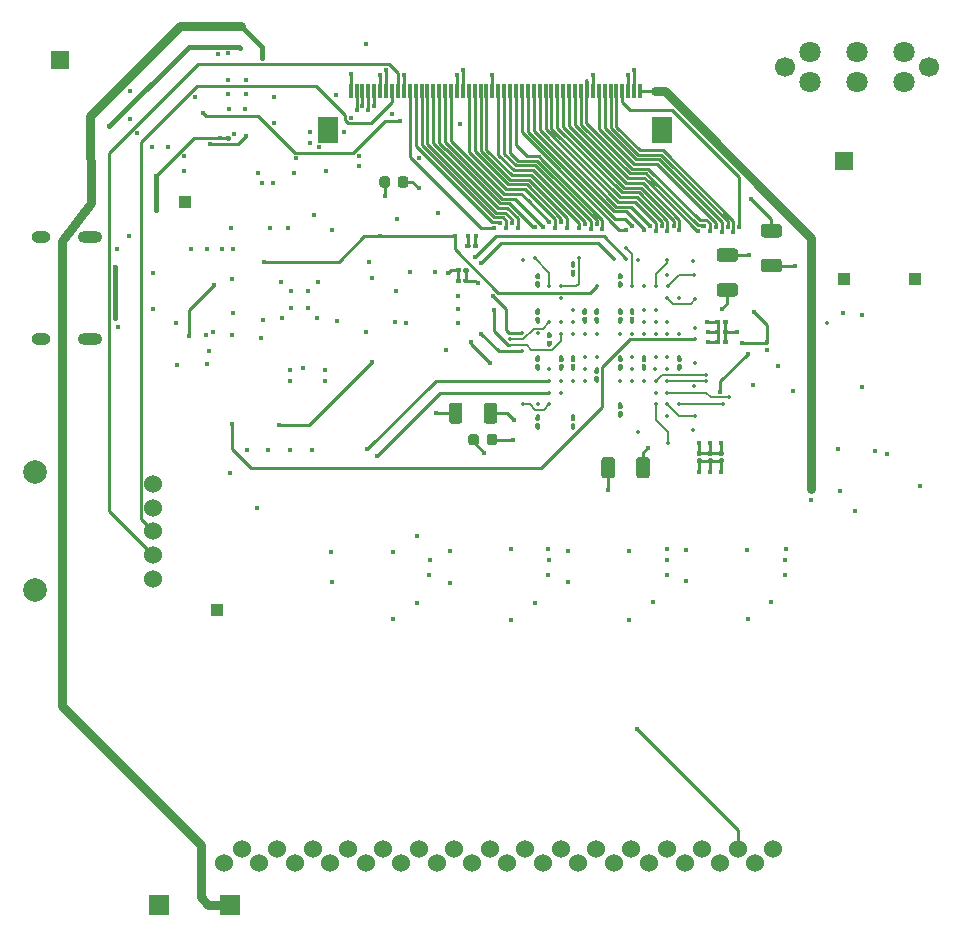
<source format=gbl>
G04 #@! TF.GenerationSoftware,KiCad,Pcbnew,(5.1.10-1-10_14)*
G04 #@! TF.CreationDate,2021-07-08T16:42:05+02:00*
G04 #@! TF.ProjectId,gb-fpga,67622d66-7067-4612-9e6b-696361645f70,rev?*
G04 #@! TF.SameCoordinates,Original*
G04 #@! TF.FileFunction,Copper,L4,Bot*
G04 #@! TF.FilePolarity,Positive*
%FSLAX46Y46*%
G04 Gerber Fmt 4.6, Leading zero omitted, Abs format (unit mm)*
G04 Created by KiCad (PCBNEW (5.1.10-1-10_14)) date 2021-07-08 16:42:05*
%MOMM*%
%LPD*%
G01*
G04 APERTURE LIST*
G04 #@! TA.AperFunction,ComponentPad*
%ADD10C,2.000000*%
G04 #@! TD*
G04 #@! TA.AperFunction,ComponentPad*
%ADD11C,1.524000*%
G04 #@! TD*
G04 #@! TA.AperFunction,ComponentPad*
%ADD12C,1.800000*%
G04 #@! TD*
G04 #@! TA.AperFunction,ComponentPad*
%ADD13C,1.700000*%
G04 #@! TD*
G04 #@! TA.AperFunction,ComponentPad*
%ADD14O,2.100000X1.000000*%
G04 #@! TD*
G04 #@! TA.AperFunction,ComponentPad*
%ADD15O,1.600000X1.000000*%
G04 #@! TD*
G04 #@! TA.AperFunction,ComponentPad*
%ADD16R,1.700000X1.700000*%
G04 #@! TD*
G04 #@! TA.AperFunction,SMDPad,CuDef*
%ADD17R,1.800000X2.200000*%
G04 #@! TD*
G04 #@! TA.AperFunction,SMDPad,CuDef*
%ADD18R,0.300000X1.300000*%
G04 #@! TD*
G04 #@! TA.AperFunction,ComponentPad*
%ADD19R,1.000000X1.000000*%
G04 #@! TD*
G04 #@! TA.AperFunction,ComponentPad*
%ADD20R,1.500000X1.500000*%
G04 #@! TD*
G04 #@! TA.AperFunction,ViaPad*
%ADD21C,0.450000*%
G04 #@! TD*
G04 #@! TA.AperFunction,ViaPad*
%ADD22C,0.350000*%
G04 #@! TD*
G04 #@! TA.AperFunction,Conductor*
%ADD23C,0.250000*%
G04 #@! TD*
G04 #@! TA.AperFunction,Conductor*
%ADD24C,0.150000*%
G04 #@! TD*
G04 #@! TA.AperFunction,Conductor*
%ADD25C,0.400000*%
G04 #@! TD*
G04 #@! TA.AperFunction,Conductor*
%ADD26C,0.800000*%
G04 #@! TD*
G04 APERTURE END LIST*
D10*
X1500000Y39600000D03*
X1500000Y29600000D03*
D11*
X11500000Y38600000D03*
X11500000Y36600000D03*
X11500000Y34600000D03*
X11500000Y32600000D03*
X11500000Y30600000D03*
D12*
X75100000Y72650000D03*
X75100000Y75150000D03*
X71100000Y72650000D03*
X71100000Y75150000D03*
X67100000Y72650000D03*
X67100000Y75150000D03*
D13*
X77200000Y73900000D03*
X65000000Y73900000D03*
D11*
X64025000Y7700000D03*
X61025000Y7700000D03*
X58025000Y7700000D03*
X55025000Y7700000D03*
X52025000Y7700000D03*
X49025000Y7700000D03*
X46025000Y7700000D03*
X43025000Y7700000D03*
X40025000Y7700000D03*
X37025000Y7700000D03*
X34025000Y7700000D03*
X31025000Y7700000D03*
X28025000Y7700000D03*
X25025000Y7700000D03*
X22025000Y7700000D03*
X19025000Y7700000D03*
X62525000Y6500000D03*
X59525000Y6500000D03*
X56525000Y6500000D03*
X53525000Y6500000D03*
X50525000Y6500000D03*
X47525000Y6500000D03*
X44525000Y6500000D03*
X41525000Y6500000D03*
X38525000Y6500000D03*
X35525000Y6500000D03*
X32525000Y6500000D03*
X29525000Y6500000D03*
X26525000Y6500000D03*
X23525000Y6500000D03*
X20525000Y6500000D03*
X17525000Y6500000D03*
D14*
X6205000Y59520000D03*
X6205000Y50880000D03*
D15*
X2025000Y59520000D03*
X2025000Y50880000D03*
D16*
X18000000Y3000000D03*
X12000000Y3000000D03*
D17*
X26350000Y68600000D03*
X54650000Y68600000D03*
D18*
X52750000Y71850000D03*
X52250000Y71850000D03*
X51750000Y71850000D03*
X51250000Y71850000D03*
X50750000Y71850000D03*
X50250000Y71850000D03*
X49750000Y71850000D03*
X49250000Y71850000D03*
X48750000Y71850000D03*
X48250000Y71850000D03*
X47750000Y71850000D03*
X47250000Y71850000D03*
X46750000Y71850000D03*
X46250000Y71850000D03*
X45750000Y71850000D03*
X45250000Y71850000D03*
X44750000Y71850000D03*
X44250000Y71850000D03*
X43750000Y71850000D03*
X43250000Y71850000D03*
X42750000Y71850000D03*
X42250000Y71850000D03*
X41750000Y71850000D03*
X41250000Y71850000D03*
X40750000Y71850000D03*
X40250000Y71850000D03*
X39750000Y71850000D03*
X39250000Y71850000D03*
X38750000Y71850000D03*
X38250000Y71850000D03*
X37750000Y71850000D03*
X37250000Y71850000D03*
X36750000Y71850000D03*
X36250000Y71850000D03*
X35750000Y71850000D03*
X35250000Y71850000D03*
X34750000Y71850000D03*
X34250000Y71850000D03*
X33750000Y71850000D03*
X33250000Y71850000D03*
X32750000Y71850000D03*
X32250000Y71850000D03*
X31750000Y71850000D03*
X31250000Y71850000D03*
X30750000Y71850000D03*
X30250000Y71850000D03*
X29750000Y71850000D03*
X29250000Y71850000D03*
X28750000Y71850000D03*
X28250000Y71850000D03*
G04 #@! TA.AperFunction,SMDPad,CuDef*
G36*
G01*
X46175000Y48940000D02*
X45975000Y48940000D01*
G75*
G02*
X45875000Y49040000I0J100000D01*
G01*
X45875000Y49300000D01*
G75*
G02*
X45975000Y49400000I100000J0D01*
G01*
X46175000Y49400000D01*
G75*
G02*
X46275000Y49300000I0J-100000D01*
G01*
X46275000Y49040000D01*
G75*
G02*
X46175000Y48940000I-100000J0D01*
G01*
G37*
G04 #@! TD.AperFunction*
G04 #@! TA.AperFunction,SMDPad,CuDef*
G36*
G01*
X46175000Y48300000D02*
X45975000Y48300000D01*
G75*
G02*
X45875000Y48400000I0J100000D01*
G01*
X45875000Y48660000D01*
G75*
G02*
X45975000Y48760000I100000J0D01*
G01*
X46175000Y48760000D01*
G75*
G02*
X46275000Y48660000I0J-100000D01*
G01*
X46275000Y48400000D01*
G75*
G02*
X46175000Y48300000I-100000J0D01*
G01*
G37*
G04 #@! TD.AperFunction*
G04 #@! TA.AperFunction,SMDPad,CuDef*
G36*
G01*
X49175000Y47275000D02*
X48975000Y47275000D01*
G75*
G02*
X48875000Y47375000I0J100000D01*
G01*
X48875000Y47635000D01*
G75*
G02*
X48975000Y47735000I100000J0D01*
G01*
X49175000Y47735000D01*
G75*
G02*
X49275000Y47635000I0J-100000D01*
G01*
X49275000Y47375000D01*
G75*
G02*
X49175000Y47275000I-100000J0D01*
G01*
G37*
G04 #@! TD.AperFunction*
G04 #@! TA.AperFunction,SMDPad,CuDef*
G36*
G01*
X49175000Y47915000D02*
X48975000Y47915000D01*
G75*
G02*
X48875000Y48015000I0J100000D01*
G01*
X48875000Y48275000D01*
G75*
G02*
X48975000Y48375000I100000J0D01*
G01*
X49175000Y48375000D01*
G75*
G02*
X49275000Y48275000I0J-100000D01*
G01*
X49275000Y48015000D01*
G75*
G02*
X49175000Y47915000I-100000J0D01*
G01*
G37*
G04 #@! TD.AperFunction*
G04 #@! TA.AperFunction,SMDPad,CuDef*
G36*
G01*
X55975000Y48760000D02*
X56175000Y48760000D01*
G75*
G02*
X56275000Y48660000I0J-100000D01*
G01*
X56275000Y48400000D01*
G75*
G02*
X56175000Y48300000I-100000J0D01*
G01*
X55975000Y48300000D01*
G75*
G02*
X55875000Y48400000I0J100000D01*
G01*
X55875000Y48660000D01*
G75*
G02*
X55975000Y48760000I100000J0D01*
G01*
G37*
G04 #@! TD.AperFunction*
G04 #@! TA.AperFunction,SMDPad,CuDef*
G36*
G01*
X55975000Y49400000D02*
X56175000Y49400000D01*
G75*
G02*
X56275000Y49300000I0J-100000D01*
G01*
X56275000Y49040000D01*
G75*
G02*
X56175000Y48940000I-100000J0D01*
G01*
X55975000Y48940000D01*
G75*
G02*
X55875000Y49040000I0J100000D01*
G01*
X55875000Y49300000D01*
G75*
G02*
X55975000Y49400000I100000J0D01*
G01*
G37*
G04 #@! TD.AperFunction*
G04 #@! TA.AperFunction,SMDPad,CuDef*
G36*
G01*
X49175000Y52300000D02*
X48975000Y52300000D01*
G75*
G02*
X48875000Y52400000I0J100000D01*
G01*
X48875000Y52660000D01*
G75*
G02*
X48975000Y52760000I100000J0D01*
G01*
X49175000Y52760000D01*
G75*
G02*
X49275000Y52660000I0J-100000D01*
G01*
X49275000Y52400000D01*
G75*
G02*
X49175000Y52300000I-100000J0D01*
G01*
G37*
G04 #@! TD.AperFunction*
G04 #@! TA.AperFunction,SMDPad,CuDef*
G36*
G01*
X49175000Y52940000D02*
X48975000Y52940000D01*
G75*
G02*
X48875000Y53040000I0J100000D01*
G01*
X48875000Y53300000D01*
G75*
G02*
X48975000Y53400000I100000J0D01*
G01*
X49175000Y53400000D01*
G75*
G02*
X49275000Y53300000I0J-100000D01*
G01*
X49275000Y53040000D01*
G75*
G02*
X49175000Y52940000I-100000J0D01*
G01*
G37*
G04 #@! TD.AperFunction*
G04 #@! TA.AperFunction,SMDPad,CuDef*
G36*
G01*
X50975000Y52755000D02*
X51175000Y52755000D01*
G75*
G02*
X51275000Y52655000I0J-100000D01*
G01*
X51275000Y52395000D01*
G75*
G02*
X51175000Y52295000I-100000J0D01*
G01*
X50975000Y52295000D01*
G75*
G02*
X50875000Y52395000I0J100000D01*
G01*
X50875000Y52655000D01*
G75*
G02*
X50975000Y52755000I100000J0D01*
G01*
G37*
G04 #@! TD.AperFunction*
G04 #@! TA.AperFunction,SMDPad,CuDef*
G36*
G01*
X50975000Y53395000D02*
X51175000Y53395000D01*
G75*
G02*
X51275000Y53295000I0J-100000D01*
G01*
X51275000Y53035000D01*
G75*
G02*
X51175000Y52935000I-100000J0D01*
G01*
X50975000Y52935000D01*
G75*
G02*
X50875000Y53035000I0J100000D01*
G01*
X50875000Y53295000D01*
G75*
G02*
X50975000Y53395000I100000J0D01*
G01*
G37*
G04 #@! TD.AperFunction*
G04 #@! TA.AperFunction,SMDPad,CuDef*
G36*
G01*
X47975000Y52760000D02*
X48175000Y52760000D01*
G75*
G02*
X48275000Y52660000I0J-100000D01*
G01*
X48275000Y52400000D01*
G75*
G02*
X48175000Y52300000I-100000J0D01*
G01*
X47975000Y52300000D01*
G75*
G02*
X47875000Y52400000I0J100000D01*
G01*
X47875000Y52660000D01*
G75*
G02*
X47975000Y52760000I100000J0D01*
G01*
G37*
G04 #@! TD.AperFunction*
G04 #@! TA.AperFunction,SMDPad,CuDef*
G36*
G01*
X47975000Y53400000D02*
X48175000Y53400000D01*
G75*
G02*
X48275000Y53300000I0J-100000D01*
G01*
X48275000Y53040000D01*
G75*
G02*
X48175000Y52940000I-100000J0D01*
G01*
X47975000Y52940000D01*
G75*
G02*
X47875000Y53040000I0J100000D01*
G01*
X47875000Y53300000D01*
G75*
G02*
X47975000Y53400000I100000J0D01*
G01*
G37*
G04 #@! TD.AperFunction*
G04 #@! TA.AperFunction,SMDPad,CuDef*
G36*
G01*
X51175000Y48300000D02*
X50975000Y48300000D01*
G75*
G02*
X50875000Y48400000I0J100000D01*
G01*
X50875000Y48660000D01*
G75*
G02*
X50975000Y48760000I100000J0D01*
G01*
X51175000Y48760000D01*
G75*
G02*
X51275000Y48660000I0J-100000D01*
G01*
X51275000Y48400000D01*
G75*
G02*
X51175000Y48300000I-100000J0D01*
G01*
G37*
G04 #@! TD.AperFunction*
G04 #@! TA.AperFunction,SMDPad,CuDef*
G36*
G01*
X51175000Y48940000D02*
X50975000Y48940000D01*
G75*
G02*
X50875000Y49040000I0J100000D01*
G01*
X50875000Y49300000D01*
G75*
G02*
X50975000Y49400000I100000J0D01*
G01*
X51175000Y49400000D01*
G75*
G02*
X51275000Y49300000I0J-100000D01*
G01*
X51275000Y49040000D01*
G75*
G02*
X51175000Y48940000I-100000J0D01*
G01*
G37*
G04 #@! TD.AperFunction*
G04 #@! TA.AperFunction,SMDPad,CuDef*
G36*
G01*
X52175000Y52940000D02*
X51975000Y52940000D01*
G75*
G02*
X51875000Y53040000I0J100000D01*
G01*
X51875000Y53300000D01*
G75*
G02*
X51975000Y53400000I100000J0D01*
G01*
X52175000Y53400000D01*
G75*
G02*
X52275000Y53300000I0J-100000D01*
G01*
X52275000Y53040000D01*
G75*
G02*
X52175000Y52940000I-100000J0D01*
G01*
G37*
G04 #@! TD.AperFunction*
G04 #@! TA.AperFunction,SMDPad,CuDef*
G36*
G01*
X52175000Y52300000D02*
X51975000Y52300000D01*
G75*
G02*
X51875000Y52400000I0J100000D01*
G01*
X51875000Y52660000D01*
G75*
G02*
X51975000Y52760000I100000J0D01*
G01*
X52175000Y52760000D01*
G75*
G02*
X52275000Y52660000I0J-100000D01*
G01*
X52275000Y52400000D01*
G75*
G02*
X52175000Y52300000I-100000J0D01*
G01*
G37*
G04 #@! TD.AperFunction*
G04 #@! TA.AperFunction,SMDPad,CuDef*
G36*
G01*
X46975000Y48760000D02*
X47175000Y48760000D01*
G75*
G02*
X47275000Y48660000I0J-100000D01*
G01*
X47275000Y48400000D01*
G75*
G02*
X47175000Y48300000I-100000J0D01*
G01*
X46975000Y48300000D01*
G75*
G02*
X46875000Y48400000I0J100000D01*
G01*
X46875000Y48660000D01*
G75*
G02*
X46975000Y48760000I100000J0D01*
G01*
G37*
G04 #@! TD.AperFunction*
G04 #@! TA.AperFunction,SMDPad,CuDef*
G36*
G01*
X46975000Y49400000D02*
X47175000Y49400000D01*
G75*
G02*
X47275000Y49300000I0J-100000D01*
G01*
X47275000Y49040000D01*
G75*
G02*
X47175000Y48940000I-100000J0D01*
G01*
X46975000Y48940000D01*
G75*
G02*
X46875000Y49040000I0J100000D01*
G01*
X46875000Y49300000D01*
G75*
G02*
X46975000Y49400000I100000J0D01*
G01*
G37*
G04 #@! TD.AperFunction*
G04 #@! TA.AperFunction,SMDPad,CuDef*
G36*
G01*
X53175000Y48305000D02*
X52975000Y48305000D01*
G75*
G02*
X52875000Y48405000I0J100000D01*
G01*
X52875000Y48665000D01*
G75*
G02*
X52975000Y48765000I100000J0D01*
G01*
X53175000Y48765000D01*
G75*
G02*
X53275000Y48665000I0J-100000D01*
G01*
X53275000Y48405000D01*
G75*
G02*
X53175000Y48305000I-100000J0D01*
G01*
G37*
G04 #@! TD.AperFunction*
G04 #@! TA.AperFunction,SMDPad,CuDef*
G36*
G01*
X53175000Y48945000D02*
X52975000Y48945000D01*
G75*
G02*
X52875000Y49045000I0J100000D01*
G01*
X52875000Y49305000D01*
G75*
G02*
X52975000Y49405000I100000J0D01*
G01*
X53175000Y49405000D01*
G75*
G02*
X53275000Y49305000I0J-100000D01*
G01*
X53275000Y49045000D01*
G75*
G02*
X53175000Y48945000I-100000J0D01*
G01*
G37*
G04 #@! TD.AperFunction*
G04 #@! TA.AperFunction,SMDPad,CuDef*
G36*
G01*
X59740000Y52220000D02*
X59740000Y52420000D01*
G75*
G02*
X59840000Y52520000I100000J0D01*
G01*
X60100000Y52520000D01*
G75*
G02*
X60200000Y52420000I0J-100000D01*
G01*
X60200000Y52220000D01*
G75*
G02*
X60100000Y52120000I-100000J0D01*
G01*
X59840000Y52120000D01*
G75*
G02*
X59740000Y52220000I0J100000D01*
G01*
G37*
G04 #@! TD.AperFunction*
G04 #@! TA.AperFunction,SMDPad,CuDef*
G36*
G01*
X59100000Y52220000D02*
X59100000Y52420000D01*
G75*
G02*
X59200000Y52520000I100000J0D01*
G01*
X59460000Y52520000D01*
G75*
G02*
X59560000Y52420000I0J-100000D01*
G01*
X59560000Y52220000D01*
G75*
G02*
X59460000Y52120000I-100000J0D01*
G01*
X59200000Y52120000D01*
G75*
G02*
X59100000Y52220000I0J100000D01*
G01*
G37*
G04 #@! TD.AperFunction*
G04 #@! TA.AperFunction,SMDPad,CuDef*
G36*
G01*
X57660000Y40800000D02*
X57860000Y40800000D01*
G75*
G02*
X57960000Y40700000I0J-100000D01*
G01*
X57960000Y40440000D01*
G75*
G02*
X57860000Y40340000I-100000J0D01*
G01*
X57660000Y40340000D01*
G75*
G02*
X57560000Y40440000I0J100000D01*
G01*
X57560000Y40700000D01*
G75*
G02*
X57660000Y40800000I100000J0D01*
G01*
G37*
G04 #@! TD.AperFunction*
G04 #@! TA.AperFunction,SMDPad,CuDef*
G36*
G01*
X57660000Y41440000D02*
X57860000Y41440000D01*
G75*
G02*
X57960000Y41340000I0J-100000D01*
G01*
X57960000Y41080000D01*
G75*
G02*
X57860000Y40980000I-100000J0D01*
G01*
X57660000Y40980000D01*
G75*
G02*
X57560000Y41080000I0J100000D01*
G01*
X57560000Y41340000D01*
G75*
G02*
X57660000Y41440000I100000J0D01*
G01*
G37*
G04 #@! TD.AperFunction*
G04 #@! TA.AperFunction,SMDPad,CuDef*
G36*
G01*
X43975000Y44400000D02*
X44175000Y44400000D01*
G75*
G02*
X44275000Y44300000I0J-100000D01*
G01*
X44275000Y44040000D01*
G75*
G02*
X44175000Y43940000I-100000J0D01*
G01*
X43975000Y43940000D01*
G75*
G02*
X43875000Y44040000I0J100000D01*
G01*
X43875000Y44300000D01*
G75*
G02*
X43975000Y44400000I100000J0D01*
G01*
G37*
G04 #@! TD.AperFunction*
G04 #@! TA.AperFunction,SMDPad,CuDef*
G36*
G01*
X43975000Y43760000D02*
X44175000Y43760000D01*
G75*
G02*
X44275000Y43660000I0J-100000D01*
G01*
X44275000Y43400000D01*
G75*
G02*
X44175000Y43300000I-100000J0D01*
G01*
X43975000Y43300000D01*
G75*
G02*
X43875000Y43400000I0J100000D01*
G01*
X43875000Y43660000D01*
G75*
G02*
X43975000Y43760000I100000J0D01*
G01*
G37*
G04 #@! TD.AperFunction*
G04 #@! TA.AperFunction,SMDPad,CuDef*
G36*
G01*
X44975000Y51400000D02*
X45175000Y51400000D01*
G75*
G02*
X45275000Y51300000I0J-100000D01*
G01*
X45275000Y51040000D01*
G75*
G02*
X45175000Y50940000I-100000J0D01*
G01*
X44975000Y50940000D01*
G75*
G02*
X44875000Y51040000I0J100000D01*
G01*
X44875000Y51300000D01*
G75*
G02*
X44975000Y51400000I100000J0D01*
G01*
G37*
G04 #@! TD.AperFunction*
G04 #@! TA.AperFunction,SMDPad,CuDef*
G36*
G01*
X44975000Y50760000D02*
X45175000Y50760000D01*
G75*
G02*
X45275000Y50660000I0J-100000D01*
G01*
X45275000Y50400000D01*
G75*
G02*
X45175000Y50300000I-100000J0D01*
G01*
X44975000Y50300000D01*
G75*
G02*
X44875000Y50400000I0J100000D01*
G01*
X44875000Y50660000D01*
G75*
G02*
X44975000Y50760000I100000J0D01*
G01*
G37*
G04 #@! TD.AperFunction*
G04 #@! TA.AperFunction,SMDPad,CuDef*
G36*
G01*
X43975000Y48760000D02*
X44175000Y48760000D01*
G75*
G02*
X44275000Y48660000I0J-100000D01*
G01*
X44275000Y48400000D01*
G75*
G02*
X44175000Y48300000I-100000J0D01*
G01*
X43975000Y48300000D01*
G75*
G02*
X43875000Y48400000I0J100000D01*
G01*
X43875000Y48660000D01*
G75*
G02*
X43975000Y48760000I100000J0D01*
G01*
G37*
G04 #@! TD.AperFunction*
G04 #@! TA.AperFunction,SMDPad,CuDef*
G36*
G01*
X43975000Y49400000D02*
X44175000Y49400000D01*
G75*
G02*
X44275000Y49300000I0J-100000D01*
G01*
X44275000Y49040000D01*
G75*
G02*
X44175000Y48940000I-100000J0D01*
G01*
X43975000Y48940000D01*
G75*
G02*
X43875000Y49040000I0J100000D01*
G01*
X43875000Y49300000D01*
G75*
G02*
X43975000Y49400000I100000J0D01*
G01*
G37*
G04 #@! TD.AperFunction*
G04 #@! TA.AperFunction,SMDPad,CuDef*
G36*
G01*
X51175000Y44300000D02*
X50975000Y44300000D01*
G75*
G02*
X50875000Y44400000I0J100000D01*
G01*
X50875000Y44660000D01*
G75*
G02*
X50975000Y44760000I100000J0D01*
G01*
X51175000Y44760000D01*
G75*
G02*
X51275000Y44660000I0J-100000D01*
G01*
X51275000Y44400000D01*
G75*
G02*
X51175000Y44300000I-100000J0D01*
G01*
G37*
G04 #@! TD.AperFunction*
G04 #@! TA.AperFunction,SMDPad,CuDef*
G36*
G01*
X51175000Y44940000D02*
X50975000Y44940000D01*
G75*
G02*
X50875000Y45040000I0J100000D01*
G01*
X50875000Y45300000D01*
G75*
G02*
X50975000Y45400000I100000J0D01*
G01*
X51175000Y45400000D01*
G75*
G02*
X51275000Y45300000I0J-100000D01*
G01*
X51275000Y45040000D01*
G75*
G02*
X51175000Y44940000I-100000J0D01*
G01*
G37*
G04 #@! TD.AperFunction*
G04 #@! TA.AperFunction,SMDPad,CuDef*
G36*
G01*
X58590000Y41440000D02*
X58790000Y41440000D01*
G75*
G02*
X58890000Y41340000I0J-100000D01*
G01*
X58890000Y41080000D01*
G75*
G02*
X58790000Y40980000I-100000J0D01*
G01*
X58590000Y40980000D01*
G75*
G02*
X58490000Y41080000I0J100000D01*
G01*
X58490000Y41340000D01*
G75*
G02*
X58590000Y41440000I100000J0D01*
G01*
G37*
G04 #@! TD.AperFunction*
G04 #@! TA.AperFunction,SMDPad,CuDef*
G36*
G01*
X58590000Y40800000D02*
X58790000Y40800000D01*
G75*
G02*
X58890000Y40700000I0J-100000D01*
G01*
X58890000Y40440000D01*
G75*
G02*
X58790000Y40340000I-100000J0D01*
G01*
X58590000Y40340000D01*
G75*
G02*
X58490000Y40440000I0J100000D01*
G01*
X58490000Y40700000D01*
G75*
G02*
X58590000Y40800000I100000J0D01*
G01*
G37*
G04 #@! TD.AperFunction*
G04 #@! TA.AperFunction,SMDPad,CuDef*
G36*
G01*
X59100000Y51380000D02*
X59100000Y51580000D01*
G75*
G02*
X59200000Y51680000I100000J0D01*
G01*
X59460000Y51680000D01*
G75*
G02*
X59560000Y51580000I0J-100000D01*
G01*
X59560000Y51380000D01*
G75*
G02*
X59460000Y51280000I-100000J0D01*
G01*
X59200000Y51280000D01*
G75*
G02*
X59100000Y51380000I0J100000D01*
G01*
G37*
G04 #@! TD.AperFunction*
G04 #@! TA.AperFunction,SMDPad,CuDef*
G36*
G01*
X59740000Y51380000D02*
X59740000Y51580000D01*
G75*
G02*
X59840000Y51680000I100000J0D01*
G01*
X60100000Y51680000D01*
G75*
G02*
X60200000Y51580000I0J-100000D01*
G01*
X60200000Y51380000D01*
G75*
G02*
X60100000Y51280000I-100000J0D01*
G01*
X59840000Y51280000D01*
G75*
G02*
X59740000Y51380000I0J100000D01*
G01*
G37*
G04 #@! TD.AperFunction*
G04 #@! TA.AperFunction,SMDPad,CuDef*
G36*
G01*
X44175000Y52940000D02*
X43975000Y52940000D01*
G75*
G02*
X43875000Y53040000I0J100000D01*
G01*
X43875000Y53300000D01*
G75*
G02*
X43975000Y53400000I100000J0D01*
G01*
X44175000Y53400000D01*
G75*
G02*
X44275000Y53300000I0J-100000D01*
G01*
X44275000Y53040000D01*
G75*
G02*
X44175000Y52940000I-100000J0D01*
G01*
G37*
G04 #@! TD.AperFunction*
G04 #@! TA.AperFunction,SMDPad,CuDef*
G36*
G01*
X44175000Y52300000D02*
X43975000Y52300000D01*
G75*
G02*
X43875000Y52400000I0J100000D01*
G01*
X43875000Y52660000D01*
G75*
G02*
X43975000Y52760000I100000J0D01*
G01*
X44175000Y52760000D01*
G75*
G02*
X44275000Y52660000I0J-100000D01*
G01*
X44275000Y52400000D01*
G75*
G02*
X44175000Y52300000I-100000J0D01*
G01*
G37*
G04 #@! TD.AperFunction*
G04 #@! TA.AperFunction,SMDPad,CuDef*
G36*
G01*
X43975000Y55760000D02*
X44175000Y55760000D01*
G75*
G02*
X44275000Y55660000I0J-100000D01*
G01*
X44275000Y55400000D01*
G75*
G02*
X44175000Y55300000I-100000J0D01*
G01*
X43975000Y55300000D01*
G75*
G02*
X43875000Y55400000I0J100000D01*
G01*
X43875000Y55660000D01*
G75*
G02*
X43975000Y55760000I100000J0D01*
G01*
G37*
G04 #@! TD.AperFunction*
G04 #@! TA.AperFunction,SMDPad,CuDef*
G36*
G01*
X43975000Y56400000D02*
X44175000Y56400000D01*
G75*
G02*
X44275000Y56300000I0J-100000D01*
G01*
X44275000Y56040000D01*
G75*
G02*
X44175000Y55940000I-100000J0D01*
G01*
X43975000Y55940000D01*
G75*
G02*
X43875000Y56040000I0J100000D01*
G01*
X43875000Y56300000D01*
G75*
G02*
X43975000Y56400000I100000J0D01*
G01*
G37*
G04 #@! TD.AperFunction*
G04 #@! TA.AperFunction,SMDPad,CuDef*
G36*
G01*
X47175000Y56300000D02*
X46975000Y56300000D01*
G75*
G02*
X46875000Y56400000I0J100000D01*
G01*
X46875000Y56660000D01*
G75*
G02*
X46975000Y56760000I100000J0D01*
G01*
X47175000Y56760000D01*
G75*
G02*
X47275000Y56660000I0J-100000D01*
G01*
X47275000Y56400000D01*
G75*
G02*
X47175000Y56300000I-100000J0D01*
G01*
G37*
G04 #@! TD.AperFunction*
G04 #@! TA.AperFunction,SMDPad,CuDef*
G36*
G01*
X47175000Y56940000D02*
X46975000Y56940000D01*
G75*
G02*
X46875000Y57040000I0J100000D01*
G01*
X46875000Y57300000D01*
G75*
G02*
X46975000Y57400000I100000J0D01*
G01*
X47175000Y57400000D01*
G75*
G02*
X47275000Y57300000I0J-100000D01*
G01*
X47275000Y57040000D01*
G75*
G02*
X47175000Y56940000I-100000J0D01*
G01*
G37*
G04 #@! TD.AperFunction*
G04 #@! TA.AperFunction,SMDPad,CuDef*
G36*
G01*
X59520000Y40800000D02*
X59720000Y40800000D01*
G75*
G02*
X59820000Y40700000I0J-100000D01*
G01*
X59820000Y40440000D01*
G75*
G02*
X59720000Y40340000I-100000J0D01*
G01*
X59520000Y40340000D01*
G75*
G02*
X59420000Y40440000I0J100000D01*
G01*
X59420000Y40700000D01*
G75*
G02*
X59520000Y40800000I100000J0D01*
G01*
G37*
G04 #@! TD.AperFunction*
G04 #@! TA.AperFunction,SMDPad,CuDef*
G36*
G01*
X59520000Y41440000D02*
X59720000Y41440000D01*
G75*
G02*
X59820000Y41340000I0J-100000D01*
G01*
X59820000Y41080000D01*
G75*
G02*
X59720000Y40980000I-100000J0D01*
G01*
X59520000Y40980000D01*
G75*
G02*
X59420000Y41080000I0J100000D01*
G01*
X59420000Y41340000D01*
G75*
G02*
X59520000Y41440000I100000J0D01*
G01*
G37*
G04 #@! TD.AperFunction*
G04 #@! TA.AperFunction,SMDPad,CuDef*
G36*
G01*
X38250000Y56810000D02*
X38250000Y56610000D01*
G75*
G02*
X38150000Y56510000I-100000J0D01*
G01*
X37890000Y56510000D01*
G75*
G02*
X37790000Y56610000I0J100000D01*
G01*
X37790000Y56810000D01*
G75*
G02*
X37890000Y56910000I100000J0D01*
G01*
X38150000Y56910000D01*
G75*
G02*
X38250000Y56810000I0J-100000D01*
G01*
G37*
G04 #@! TD.AperFunction*
G04 #@! TA.AperFunction,SMDPad,CuDef*
G36*
G01*
X37610000Y56810000D02*
X37610000Y56610000D01*
G75*
G02*
X37510000Y56510000I-100000J0D01*
G01*
X37250000Y56510000D01*
G75*
G02*
X37150000Y56610000I0J100000D01*
G01*
X37150000Y56810000D01*
G75*
G02*
X37250000Y56910000I100000J0D01*
G01*
X37510000Y56910000D01*
G75*
G02*
X37610000Y56810000I0J-100000D01*
G01*
G37*
G04 #@! TD.AperFunction*
G04 #@! TA.AperFunction,SMDPad,CuDef*
G36*
G01*
X38400000Y58870000D02*
X38400000Y58670000D01*
G75*
G02*
X38300000Y58570000I-100000J0D01*
G01*
X38040000Y58570000D01*
G75*
G02*
X37940000Y58670000I0J100000D01*
G01*
X37940000Y58870000D01*
G75*
G02*
X38040000Y58970000I100000J0D01*
G01*
X38300000Y58970000D01*
G75*
G02*
X38400000Y58870000I0J-100000D01*
G01*
G37*
G04 #@! TD.AperFunction*
G04 #@! TA.AperFunction,SMDPad,CuDef*
G36*
G01*
X39040000Y58870000D02*
X39040000Y58670000D01*
G75*
G02*
X38940000Y58570000I-100000J0D01*
G01*
X38680000Y58570000D01*
G75*
G02*
X38580000Y58670000I0J100000D01*
G01*
X38580000Y58870000D01*
G75*
G02*
X38680000Y58970000I100000J0D01*
G01*
X38940000Y58970000D01*
G75*
G02*
X39040000Y58870000I0J-100000D01*
G01*
G37*
G04 #@! TD.AperFunction*
G04 #@! TA.AperFunction,SMDPad,CuDef*
G36*
G01*
X59740000Y50540000D02*
X59740000Y50740000D01*
G75*
G02*
X59840000Y50840000I100000J0D01*
G01*
X60100000Y50840000D01*
G75*
G02*
X60200000Y50740000I0J-100000D01*
G01*
X60200000Y50540000D01*
G75*
G02*
X60100000Y50440000I-100000J0D01*
G01*
X59840000Y50440000D01*
G75*
G02*
X59740000Y50540000I0J100000D01*
G01*
G37*
G04 #@! TD.AperFunction*
G04 #@! TA.AperFunction,SMDPad,CuDef*
G36*
G01*
X59100000Y50540000D02*
X59100000Y50740000D01*
G75*
G02*
X59200000Y50840000I100000J0D01*
G01*
X59460000Y50840000D01*
G75*
G02*
X59560000Y50740000I0J-100000D01*
G01*
X59560000Y50540000D01*
G75*
G02*
X59460000Y50440000I-100000J0D01*
G01*
X59200000Y50440000D01*
G75*
G02*
X59100000Y50540000I0J100000D01*
G01*
G37*
G04 #@! TD.AperFunction*
G04 #@! TA.AperFunction,SMDPad,CuDef*
G36*
G01*
X50975000Y55760000D02*
X51175000Y55760000D01*
G75*
G02*
X51275000Y55660000I0J-100000D01*
G01*
X51275000Y55400000D01*
G75*
G02*
X51175000Y55300000I-100000J0D01*
G01*
X50975000Y55300000D01*
G75*
G02*
X50875000Y55400000I0J100000D01*
G01*
X50875000Y55660000D01*
G75*
G02*
X50975000Y55760000I100000J0D01*
G01*
G37*
G04 #@! TD.AperFunction*
G04 #@! TA.AperFunction,SMDPad,CuDef*
G36*
G01*
X50975000Y56400000D02*
X51175000Y56400000D01*
G75*
G02*
X51275000Y56300000I0J-100000D01*
G01*
X51275000Y56040000D01*
G75*
G02*
X51175000Y55940000I-100000J0D01*
G01*
X50975000Y55940000D01*
G75*
G02*
X50875000Y56040000I0J100000D01*
G01*
X50875000Y56300000D01*
G75*
G02*
X50975000Y56400000I100000J0D01*
G01*
G37*
G04 #@! TD.AperFunction*
G04 #@! TA.AperFunction,SMDPad,CuDef*
G36*
G01*
X38230000Y55910000D02*
X38230000Y55710000D01*
G75*
G02*
X38130000Y55610000I-100000J0D01*
G01*
X37870000Y55610000D01*
G75*
G02*
X37770000Y55710000I0J100000D01*
G01*
X37770000Y55910000D01*
G75*
G02*
X37870000Y56010000I100000J0D01*
G01*
X38130000Y56010000D01*
G75*
G02*
X38230000Y55910000I0J-100000D01*
G01*
G37*
G04 #@! TD.AperFunction*
G04 #@! TA.AperFunction,SMDPad,CuDef*
G36*
G01*
X37590000Y55910000D02*
X37590000Y55710000D01*
G75*
G02*
X37490000Y55610000I-100000J0D01*
G01*
X37230000Y55610000D01*
G75*
G02*
X37130000Y55710000I0J100000D01*
G01*
X37130000Y55910000D01*
G75*
G02*
X37230000Y56010000I100000J0D01*
G01*
X37490000Y56010000D01*
G75*
G02*
X37590000Y55910000I0J-100000D01*
G01*
G37*
G04 #@! TD.AperFunction*
G04 #@! TA.AperFunction,SMDPad,CuDef*
G36*
G01*
X46975000Y44400000D02*
X47175000Y44400000D01*
G75*
G02*
X47275000Y44300000I0J-100000D01*
G01*
X47275000Y44040000D01*
G75*
G02*
X47175000Y43940000I-100000J0D01*
G01*
X46975000Y43940000D01*
G75*
G02*
X46875000Y44040000I0J100000D01*
G01*
X46875000Y44300000D01*
G75*
G02*
X46975000Y44400000I100000J0D01*
G01*
G37*
G04 #@! TD.AperFunction*
G04 #@! TA.AperFunction,SMDPad,CuDef*
G36*
G01*
X46975000Y43760000D02*
X47175000Y43760000D01*
G75*
G02*
X47275000Y43660000I0J-100000D01*
G01*
X47275000Y43400000D01*
G75*
G02*
X47175000Y43300000I-100000J0D01*
G01*
X46975000Y43300000D01*
G75*
G02*
X46875000Y43400000I0J100000D01*
G01*
X46875000Y43660000D01*
G75*
G02*
X46975000Y43760000I100000J0D01*
G01*
G37*
G04 #@! TD.AperFunction*
D19*
X14230000Y62490000D03*
X70000000Y56000000D03*
X16950000Y27930000D03*
X76000000Y56000000D03*
D20*
X70000000Y66000000D03*
X3610000Y74490000D03*
G04 #@! TA.AperFunction,SMDPad,CuDef*
G36*
G01*
X40665000Y42620000D02*
X40665000Y42120000D01*
G75*
G02*
X40440000Y41895000I-225000J0D01*
G01*
X39990000Y41895000D01*
G75*
G02*
X39765000Y42120000I0J225000D01*
G01*
X39765000Y42620000D01*
G75*
G02*
X39990000Y42845000I225000J0D01*
G01*
X40440000Y42845000D01*
G75*
G02*
X40665000Y42620000I0J-225000D01*
G01*
G37*
G04 #@! TD.AperFunction*
G04 #@! TA.AperFunction,SMDPad,CuDef*
G36*
G01*
X39115000Y42620000D02*
X39115000Y42120000D01*
G75*
G02*
X38890000Y41895000I-225000J0D01*
G01*
X38440000Y41895000D01*
G75*
G02*
X38215000Y42120000I0J225000D01*
G01*
X38215000Y42620000D01*
G75*
G02*
X38440000Y42845000I225000J0D01*
G01*
X38890000Y42845000D01*
G75*
G02*
X39115000Y42620000I0J-225000D01*
G01*
G37*
G04 #@! TD.AperFunction*
G04 #@! TA.AperFunction,SMDPad,CuDef*
G36*
G01*
X31585000Y64430000D02*
X31585000Y63930000D01*
G75*
G02*
X31360000Y63705000I-225000J0D01*
G01*
X30910000Y63705000D01*
G75*
G02*
X30685000Y63930000I0J225000D01*
G01*
X30685000Y64430000D01*
G75*
G02*
X30910000Y64655000I225000J0D01*
G01*
X31360000Y64655000D01*
G75*
G02*
X31585000Y64430000I0J-225000D01*
G01*
G37*
G04 #@! TD.AperFunction*
G04 #@! TA.AperFunction,SMDPad,CuDef*
G36*
G01*
X33135000Y64430000D02*
X33135000Y63930000D01*
G75*
G02*
X32910000Y63705000I-225000J0D01*
G01*
X32460000Y63705000D01*
G75*
G02*
X32235000Y63930000I0J225000D01*
G01*
X32235000Y64430000D01*
G75*
G02*
X32460000Y64655000I225000J0D01*
G01*
X32910000Y64655000D01*
G75*
G02*
X33135000Y64430000I0J-225000D01*
G01*
G37*
G04 #@! TD.AperFunction*
G04 #@! TA.AperFunction,SMDPad,CuDef*
G36*
G01*
X63219999Y57680000D02*
X64520001Y57680000D01*
G75*
G02*
X64770000Y57430001I0J-249999D01*
G01*
X64770000Y56779999D01*
G75*
G02*
X64520001Y56530000I-249999J0D01*
G01*
X63219999Y56530000D01*
G75*
G02*
X62970000Y56779999I0J249999D01*
G01*
X62970000Y57430001D01*
G75*
G02*
X63219999Y57680000I249999J0D01*
G01*
G37*
G04 #@! TD.AperFunction*
G04 #@! TA.AperFunction,SMDPad,CuDef*
G36*
G01*
X63219999Y60630000D02*
X64520001Y60630000D01*
G75*
G02*
X64770000Y60380001I0J-249999D01*
G01*
X64770000Y59729999D01*
G75*
G02*
X64520001Y59480000I-249999J0D01*
G01*
X63219999Y59480000D01*
G75*
G02*
X62970000Y59729999I0J249999D01*
G01*
X62970000Y60380001D01*
G75*
G02*
X63219999Y60630000I249999J0D01*
G01*
G37*
G04 #@! TD.AperFunction*
G04 #@! TA.AperFunction,SMDPad,CuDef*
G36*
G01*
X40665000Y45260001D02*
X40665000Y43959999D01*
G75*
G02*
X40415001Y43710000I-249999J0D01*
G01*
X39764999Y43710000D01*
G75*
G02*
X39515000Y43959999I0J249999D01*
G01*
X39515000Y45260001D01*
G75*
G02*
X39764999Y45510000I249999J0D01*
G01*
X40415001Y45510000D01*
G75*
G02*
X40665000Y45260001I0J-249999D01*
G01*
G37*
G04 #@! TD.AperFunction*
G04 #@! TA.AperFunction,SMDPad,CuDef*
G36*
G01*
X37715000Y45260001D02*
X37715000Y43959999D01*
G75*
G02*
X37465001Y43710000I-249999J0D01*
G01*
X36814999Y43710000D01*
G75*
G02*
X36565000Y43959999I0J249999D01*
G01*
X36565000Y45260001D01*
G75*
G02*
X36814999Y45510000I249999J0D01*
G01*
X37465001Y45510000D01*
G75*
G02*
X37715000Y45260001I0J-249999D01*
G01*
G37*
G04 #@! TD.AperFunction*
G04 #@! TA.AperFunction,SMDPad,CuDef*
G36*
G01*
X50630000Y40640001D02*
X50630000Y39339999D01*
G75*
G02*
X50380001Y39090000I-249999J0D01*
G01*
X49729999Y39090000D01*
G75*
G02*
X49480000Y39339999I0J249999D01*
G01*
X49480000Y40640001D01*
G75*
G02*
X49729999Y40890000I249999J0D01*
G01*
X50380001Y40890000D01*
G75*
G02*
X50630000Y40640001I0J-249999D01*
G01*
G37*
G04 #@! TD.AperFunction*
G04 #@! TA.AperFunction,SMDPad,CuDef*
G36*
G01*
X53580000Y40640001D02*
X53580000Y39339999D01*
G75*
G02*
X53330001Y39090000I-249999J0D01*
G01*
X52679999Y39090000D01*
G75*
G02*
X52430000Y39339999I0J249999D01*
G01*
X52430000Y40640001D01*
G75*
G02*
X52679999Y40890000I249999J0D01*
G01*
X53330001Y40890000D01*
G75*
G02*
X53580000Y40640001I0J-249999D01*
G01*
G37*
G04 #@! TD.AperFunction*
G04 #@! TA.AperFunction,SMDPad,CuDef*
G36*
G01*
X60780001Y54470000D02*
X59479999Y54470000D01*
G75*
G02*
X59230000Y54719999I0J249999D01*
G01*
X59230000Y55370001D01*
G75*
G02*
X59479999Y55620000I249999J0D01*
G01*
X60780001Y55620000D01*
G75*
G02*
X61030000Y55370001I0J-249999D01*
G01*
X61030000Y54719999D01*
G75*
G02*
X60780001Y54470000I-249999J0D01*
G01*
G37*
G04 #@! TD.AperFunction*
G04 #@! TA.AperFunction,SMDPad,CuDef*
G36*
G01*
X60780001Y57420000D02*
X59479999Y57420000D01*
G75*
G02*
X59230000Y57669999I0J249999D01*
G01*
X59230000Y58320001D01*
G75*
G02*
X59479999Y58570000I249999J0D01*
G01*
X60780001Y58570000D01*
G75*
G02*
X61030000Y58320001I0J-249999D01*
G01*
X61030000Y57669999D01*
G75*
G02*
X60780001Y57420000I-249999J0D01*
G01*
G37*
G04 #@! TD.AperFunction*
D21*
X59540000Y46399999D03*
X61870000Y49660000D03*
D22*
X56075000Y45350000D03*
X59800000Y45350000D03*
X49075000Y49350000D03*
X49075000Y48325000D03*
X48075000Y49350000D03*
X47075000Y48350000D03*
X48075000Y47350000D03*
X46075000Y49350000D03*
X47075000Y51350000D03*
X48075000Y51350000D03*
X49075000Y51350000D03*
X51075000Y51350000D03*
X51075000Y49350000D03*
X51075000Y47350000D03*
X51075000Y45350000D03*
X49075000Y53350000D03*
X51075000Y52350000D03*
X51075000Y55350000D03*
X52075000Y48350000D03*
X52075000Y51350000D03*
X52075000Y53350000D03*
X53075000Y55350000D03*
X53075000Y52350000D03*
X53075000Y49350000D03*
X53075000Y47350000D03*
X54075000Y46350000D03*
X54050000Y48350000D03*
X54075000Y51350000D03*
X54075000Y53350000D03*
X55075000Y56350000D03*
X55075000Y52350000D03*
X55075000Y51350000D03*
X55075000Y49350000D03*
X55075000Y48350000D03*
X55075000Y44350000D03*
X56075000Y48350000D03*
X56075000Y51350000D03*
X56075000Y54350000D03*
X48075000Y52350000D03*
X47075000Y53350000D03*
X46075000Y54350000D03*
X46075000Y52350000D03*
X46075000Y47350000D03*
X46075000Y46350000D03*
X45075000Y48350000D03*
X44075000Y55350000D03*
X44075000Y53350000D03*
X44075000Y48350000D03*
X44075000Y45350000D03*
X52575000Y43000000D03*
X57250000Y43175000D03*
X57350000Y46875000D03*
X44075000Y43350000D03*
X47075000Y43350000D03*
X45075000Y50350000D03*
X47075000Y57350000D03*
X52575000Y57575000D03*
X57200000Y57475000D03*
X42850000Y57575000D03*
X57400000Y51850000D03*
X57400000Y48850000D03*
D21*
X65735000Y46500000D03*
X69910000Y53050000D03*
D22*
X68610000Y52225000D03*
D21*
X70940000Y36310000D03*
X69470000Y41600000D03*
X76480000Y38430000D03*
X73680000Y41150000D03*
X11540000Y56460000D03*
X11550000Y53460000D03*
X9500000Y59630000D03*
X8430000Y58540000D03*
X8580000Y51880000D03*
X17350000Y58520000D03*
X16110000Y58520000D03*
X18280000Y58510000D03*
X18120000Y60290000D03*
X25120000Y61380000D03*
X26690000Y60080000D03*
X29800000Y57450000D03*
X32070000Y54950000D03*
X26050000Y47330000D03*
X24180000Y48400000D03*
X15980000Y51220000D03*
X16580000Y51480000D03*
X16240000Y49860000D03*
X18203554Y51256446D03*
X18270000Y53060000D03*
X18240000Y55945000D03*
X13530000Y48660000D03*
X20660000Y50960000D03*
X25470000Y55740000D03*
X22370000Y55740000D03*
X22400000Y52680000D03*
X25430000Y52690000D03*
X23210000Y53490000D03*
X23170000Y54940000D03*
X24660000Y54930000D03*
X24635000Y53485000D03*
X32000000Y52300000D03*
X29510000Y51450000D03*
X23120000Y47300000D03*
X35370000Y56540000D03*
X9580000Y69500000D03*
X10170000Y68290000D03*
X19420000Y72860000D03*
X17890000Y72830000D03*
X17920000Y70330000D03*
X19300000Y70370000D03*
X19380000Y71640000D03*
X17870000Y71640000D03*
X9530000Y71910000D03*
X24770000Y68410000D03*
X27650000Y68430000D03*
X23420000Y64960000D03*
X23660000Y66180000D03*
X14170000Y66390000D03*
X28270000Y69640000D03*
X27010000Y71520000D03*
X34030000Y66230000D03*
X31730000Y69980000D03*
X34930000Y32180000D03*
X34910000Y30950000D03*
X26630000Y30310000D03*
X36640000Y30230000D03*
X45020000Y32200000D03*
X44990000Y30930000D03*
X46650000Y30330000D03*
X55020000Y32160000D03*
X55020000Y30930000D03*
X56650000Y30380000D03*
X65030000Y32170000D03*
X65030000Y30950000D03*
X30750000Y73260000D03*
X31250000Y73660000D03*
X32750000Y73260000D03*
X37250000Y73270000D03*
X37750000Y73650000D03*
X40250000Y73270000D03*
X48750000Y73250000D03*
X51750000Y73270000D03*
X52250000Y73690000D03*
X18050000Y39530000D03*
X20310000Y36600000D03*
X29590000Y75850000D03*
X36320000Y49980000D03*
X60950000Y51480000D03*
X36470000Y56470000D03*
X59630000Y39620000D03*
X57760000Y39640000D03*
X58690000Y39650000D03*
X50060000Y38110000D03*
X61980000Y58000000D03*
X38170000Y59630000D03*
X35460000Y44620000D03*
X39540000Y41260000D03*
X35650000Y61580000D03*
X65880000Y57100000D03*
X31140000Y62960000D03*
D22*
X45075000Y51350000D03*
X51075000Y44350000D03*
X51075000Y56350000D03*
X47075000Y44350000D03*
X47075000Y56350000D03*
X44075000Y56350000D03*
X44075000Y52350000D03*
X44075000Y49350000D03*
X44075000Y44350000D03*
D21*
X71510000Y46850000D03*
X71510000Y52950000D03*
X63510000Y49950000D03*
X64460000Y48625000D03*
X14720000Y58500000D03*
X22950000Y60270000D03*
X13420000Y52240000D03*
X16090000Y48770000D03*
X30030000Y56070000D03*
X26070000Y48300000D03*
X19450000Y41510000D03*
X21290000Y41510000D03*
X23140000Y41500000D03*
X25000000Y41500000D03*
X23120000Y48230000D03*
X33270000Y56540000D03*
X20750000Y64090000D03*
X21690000Y64100000D03*
X20430000Y64950000D03*
X31810000Y32880000D03*
X33840000Y34240000D03*
X26610000Y32880000D03*
X36640000Y32960000D03*
X41830000Y33120000D03*
X45000000Y33120000D03*
X46630000Y32980000D03*
X51830000Y32960000D03*
X55040000Y33140000D03*
X56620000Y33010000D03*
X61820000Y33030000D03*
X65070000Y33130000D03*
X28250000Y73360000D03*
X62320000Y47020000D03*
X37300000Y54560000D03*
X37300000Y53430000D03*
X37320000Y52260000D03*
X32920000Y52210000D03*
X58490000Y50630000D03*
X58470000Y51470000D03*
X58460000Y52310000D03*
X38990000Y55600000D03*
X58690000Y42070000D03*
X57770000Y42120000D03*
X59620000Y42090000D03*
X53410000Y41700000D03*
X59660000Y53440000D03*
X38820000Y59630000D03*
X42050000Y44030000D03*
X32210000Y61010000D03*
D22*
X55075000Y46350000D03*
X60300001Y45999999D03*
X55075000Y47350000D03*
X58375000Y47350000D03*
X54075000Y47350000D03*
X58375000Y47850003D03*
X46075000Y51350000D03*
D21*
X40390000Y53360000D03*
D22*
X42740000Y49840000D03*
D21*
X39320000Y51300000D03*
D22*
X44075000Y51375000D03*
X42770000Y51370000D03*
D21*
X40279644Y54563249D03*
X38400000Y50620000D03*
X40050000Y48850000D03*
D22*
X49075000Y47350000D03*
X52075000Y47350000D03*
X52075000Y49350000D03*
X56075000Y49350000D03*
X47075000Y47350000D03*
X46075000Y48350000D03*
D21*
X14110000Y65090000D03*
X27110000Y52440000D03*
X20790000Y52460000D03*
X21390000Y60300000D03*
X11440000Y67170000D03*
X12810000Y67130000D03*
X42020000Y42370000D03*
D22*
X48075000Y48350000D03*
X47075000Y49350000D03*
X51075000Y48350000D03*
X49075000Y52350000D03*
X51075000Y53350000D03*
X52075000Y52350000D03*
X53075000Y53350000D03*
X53075000Y51350000D03*
X53075000Y48350000D03*
X54075000Y49350000D03*
X54075000Y52350000D03*
X48075000Y53350000D03*
X47075000Y52350000D03*
D21*
X24790000Y67480000D03*
X25560000Y67124998D03*
X37510000Y69100000D03*
X62150000Y62750000D03*
X34000000Y63640000D03*
X26130000Y65110000D03*
D22*
X45075000Y52350000D03*
X41720000Y50890000D03*
D21*
X30088008Y48968008D03*
X22200000Y43630000D03*
D22*
X57390000Y50860000D03*
D21*
X18200000Y43690000D03*
X16680000Y55460000D03*
X14580000Y51130000D03*
D22*
X51575000Y57675000D03*
D21*
X38780000Y57800000D03*
D22*
X50575000Y57675000D03*
D21*
X39250000Y57340000D03*
D22*
X49075000Y55350000D03*
D21*
X37050000Y59600000D03*
X20950000Y57450000D03*
X30730000Y59600000D03*
X17860000Y67890000D03*
X17210000Y67910000D03*
X18880000Y75570000D03*
X11770000Y61790000D03*
X11770000Y64730002D03*
X7830000Y68910000D03*
D22*
X45075000Y45350000D03*
X42825000Y45350000D03*
D21*
X67240000Y37240000D03*
X67220000Y38180000D03*
X63830000Y28630000D03*
X61850000Y27170000D03*
X53860000Y28600000D03*
X51820000Y27110000D03*
X43850000Y28580000D03*
X41830000Y27100000D03*
X33830000Y28510000D03*
X31820000Y27190000D03*
X67220000Y39960000D03*
X8310000Y52670000D03*
X8310000Y57020000D03*
X20740000Y74660001D03*
X15070000Y71410000D03*
X21750000Y71410000D03*
X18370001Y68250001D03*
X21730000Y69210000D03*
X17866447Y75066446D03*
X17060000Y75030000D03*
X28950000Y66390000D03*
X28960000Y65540000D03*
X28750000Y70250000D03*
X29250000Y70590000D03*
X29750000Y70240000D03*
X30250000Y70630000D03*
X69690000Y38000000D03*
X72620000Y41420000D03*
X15760000Y69990000D03*
X32410000Y69350000D03*
X19420000Y68070000D03*
X16300000Y67390000D03*
X52490000Y17870000D03*
D22*
X54075000Y45350000D03*
X55100000Y42050000D03*
X55075000Y45350000D03*
X57440000Y44350000D03*
D21*
X61160002Y60390002D03*
X60660001Y59980002D03*
X60160001Y60389999D03*
D22*
X55075000Y54350000D03*
X57400000Y54300000D03*
D21*
X59660000Y59990000D03*
X59160000Y60410000D03*
X58650000Y60030000D03*
X58150000Y60430000D03*
D22*
X55100000Y55375000D03*
X57300000Y56350000D03*
D21*
X57640000Y60060000D03*
X56090001Y60080000D03*
X55590001Y60449999D03*
D22*
X54100000Y55375000D03*
X55075000Y57575000D03*
D21*
X55075000Y60055000D03*
X54575000Y60455000D03*
X54075000Y60075954D03*
X53570000Y60490000D03*
X53070000Y60090000D03*
X52070000Y60490000D03*
D22*
X52075000Y55350000D03*
X51525000Y58600000D03*
D21*
X51520000Y60140000D03*
X49570000Y60210000D03*
X49070000Y60630000D03*
X48570000Y60245000D03*
X48069999Y60599999D03*
D22*
X46075000Y55350000D03*
X47580000Y57720000D03*
D21*
X47569999Y60250000D03*
X46590001Y60320000D03*
X46090001Y60769999D03*
X45590000Y60330000D03*
X45070000Y60820000D03*
X44560000Y60340000D03*
D22*
X45050000Y55375000D03*
X43825000Y57725000D03*
D21*
X43830000Y60340000D03*
X42390000Y60320000D03*
X41890001Y60710001D03*
X41389999Y60290530D03*
X40890000Y60680000D03*
X40389998Y60260877D03*
D22*
X45075000Y46350000D03*
D21*
X30450000Y40970000D03*
D22*
X45075000Y47350000D03*
D21*
X29670000Y41580000D03*
X61341446Y50588554D03*
X63510000Y50600000D03*
X62430000Y53160000D03*
D23*
X59540000Y46399999D02*
X59540000Y47330000D01*
X61870000Y49660000D02*
X59540000Y47330000D01*
D24*
X56075000Y45350000D02*
X58375000Y45350000D01*
X58375000Y45350000D02*
X59800000Y45350000D01*
D23*
X30750000Y71850000D02*
X30750000Y73260000D01*
X31250000Y71850000D02*
X31250000Y73660000D01*
X32750000Y71850000D02*
X32750000Y73260000D01*
X37250000Y71850000D02*
X37250000Y73270000D01*
X37750000Y71850000D02*
X37750000Y73650000D01*
X40250000Y71850000D02*
X40250000Y73270000D01*
X48750000Y71850000D02*
X48750000Y73250000D01*
X51750000Y71850000D02*
X51750000Y73270000D01*
X52250000Y71850000D02*
X52250000Y73690000D01*
X59970000Y51480000D02*
X59970000Y50640000D01*
X59970000Y52320000D02*
X59970000Y51480000D01*
X59970000Y51480000D02*
X60950000Y51480000D01*
X37360000Y56690000D02*
X37380000Y56710000D01*
X37360000Y55810000D02*
X37360000Y56690000D01*
X36710000Y56710000D02*
X36470000Y56470000D01*
X37380000Y56710000D02*
X36710000Y56710000D01*
X38180000Y58780000D02*
X38170000Y58770000D01*
X57760000Y40570000D02*
X58690000Y40570000D01*
X58690000Y40570000D02*
X59620000Y40570000D01*
X59620000Y39630000D02*
X59630000Y39620000D01*
X59620000Y40570000D02*
X59620000Y39630000D01*
X57760000Y40570000D02*
X57760000Y39640000D01*
X58690000Y40570000D02*
X58690000Y39650000D01*
X50055000Y38115000D02*
X50060000Y38110000D01*
X50055000Y39990000D02*
X50055000Y38115000D01*
X61975000Y57995000D02*
X61980000Y58000000D01*
X60130000Y57995000D02*
X61975000Y57995000D01*
X38170000Y58770000D02*
X38170000Y59630000D01*
X35470000Y44610000D02*
X35460000Y44620000D01*
X37140000Y44610000D02*
X35470000Y44610000D01*
X38665000Y42135000D02*
X39540000Y41260000D01*
X38665000Y42370000D02*
X38665000Y42135000D01*
X65875000Y57105000D02*
X65880000Y57100000D01*
X63870000Y57105000D02*
X65875000Y57105000D01*
X31135000Y62965000D02*
X31140000Y62960000D01*
X31135000Y64180000D02*
X31135000Y62965000D01*
X28250000Y71850000D02*
X28250000Y73360000D01*
X59330000Y52320000D02*
X59330000Y51480000D01*
X59330000Y51480000D02*
X59330000Y50640000D01*
X58500000Y50640000D02*
X58490000Y50630000D01*
X59330000Y50640000D02*
X58500000Y50640000D01*
X58480000Y51480000D02*
X58470000Y51470000D01*
X59330000Y51480000D02*
X58480000Y51480000D01*
X58470000Y52320000D02*
X58460000Y52310000D01*
X59330000Y52320000D02*
X58470000Y52320000D01*
X38020000Y55830000D02*
X38000000Y55810000D01*
X38020000Y56710000D02*
X38020000Y55830000D01*
X38780000Y55810000D02*
X38990000Y55600000D01*
X38000000Y55810000D02*
X38780000Y55810000D01*
X38820000Y58780000D02*
X38810000Y58770000D01*
X59620000Y41210000D02*
X58690000Y41210000D01*
X58690000Y41210000D02*
X57760000Y41210000D01*
X58690000Y41210000D02*
X58690000Y42070000D01*
X57760000Y42110000D02*
X57770000Y42120000D01*
X57760000Y41210000D02*
X57760000Y42110000D01*
X59620000Y41210000D02*
X59620000Y42090000D01*
X53005000Y41295000D02*
X53410000Y41700000D01*
X53005000Y39990000D02*
X53005000Y41295000D01*
X60130000Y53910000D02*
X59660000Y53440000D01*
X60130000Y55045000D02*
X60130000Y53910000D01*
X38810000Y59620000D02*
X38820000Y59630000D01*
X38810000Y58770000D02*
X38810000Y59620000D01*
X41470000Y44610000D02*
X42050000Y44030000D01*
X40090000Y44610000D02*
X41470000Y44610000D01*
D24*
X55075000Y46350000D02*
X58375000Y46350000D01*
X60250000Y45949998D02*
X60300001Y45999999D01*
X58775002Y45949998D02*
X60250000Y45949998D01*
X58375000Y46350000D02*
X58775002Y45949998D01*
X55075000Y47350000D02*
X58375000Y47350000D01*
X54575003Y47850003D02*
X58375000Y47850003D01*
X54075000Y47350000D02*
X54575003Y47850003D01*
X45267001Y49949999D02*
X43550001Y49949999D01*
X46075000Y50757998D02*
X45267001Y49949999D01*
X46075000Y51350000D02*
X46075000Y50757998D01*
X43150000Y50350000D02*
X41775000Y50350000D01*
X43550001Y49949999D02*
X43150000Y50350000D01*
D23*
X41775000Y50350000D02*
X41600000Y50350000D01*
X40390000Y51560000D02*
X40390000Y53360000D01*
X41600000Y50350000D02*
X40390000Y51560000D01*
X40780000Y49840000D02*
X39320000Y51300000D01*
X42740000Y49840000D02*
X40780000Y49840000D01*
X41424990Y53417903D02*
X40279644Y54563249D01*
X41424990Y51630022D02*
X41424990Y53417903D01*
X41685012Y51370000D02*
X41424990Y51630022D01*
X42770000Y51370000D02*
X41685012Y51370000D01*
X38400000Y50500000D02*
X40050000Y48850000D01*
X38400000Y50620000D02*
X38400000Y50500000D01*
X40215000Y42370000D02*
X42020000Y42370000D01*
X63870000Y61030000D02*
X62150000Y62750000D01*
X63870000Y60055000D02*
X63870000Y61030000D01*
X33460000Y64180000D02*
X34000000Y63640000D01*
X32685000Y64180000D02*
X33460000Y64180000D01*
D24*
X45075000Y52350000D02*
X44500000Y51775000D01*
X42882002Y50890000D02*
X41720000Y50890000D01*
X43767002Y51775000D02*
X42882002Y50890000D01*
X44500000Y51775000D02*
X43767002Y51775000D01*
D23*
X24750000Y43630000D02*
X22200000Y43630000D01*
X30088008Y48968008D02*
X24750000Y43630000D01*
X49550010Y45159008D02*
X44331002Y39940000D01*
X49550010Y48491012D02*
X49550010Y45159008D01*
X51918998Y50860000D02*
X49550010Y48491012D01*
X57390000Y50860000D02*
X51918998Y50860000D01*
X44331002Y39940000D02*
X21580000Y39940000D01*
X21580000Y39940000D02*
X19800000Y39940000D01*
X19800000Y39940000D02*
X18170000Y41570000D01*
X18200000Y41600000D02*
X18200000Y43690000D01*
X18170000Y41570000D02*
X18200000Y41600000D01*
X14580000Y53360000D02*
X14580000Y51130000D01*
X16680000Y55460000D02*
X14580000Y53360000D01*
X51575000Y57675000D02*
X49675000Y59575000D01*
X49675000Y59575000D02*
X41650000Y59575000D01*
X40555000Y59575000D02*
X38780000Y57800000D01*
X41650000Y59575000D02*
X40555000Y59575000D01*
X49200000Y59050000D02*
X41625000Y59050000D01*
X50575000Y57675000D02*
X49200000Y59050000D01*
X40960000Y59050000D02*
X39250000Y57340000D01*
X41625000Y59050000D02*
X40960000Y59050000D01*
X49075000Y55350000D02*
X48525000Y54800000D01*
X48525000Y54800000D02*
X41400000Y54800000D01*
X41400000Y54800000D02*
X40750000Y54800000D01*
X37050000Y58500000D02*
X37050000Y59600000D01*
X40750000Y54800000D02*
X37050000Y58500000D01*
X27260000Y57450000D02*
X20950000Y57450000D01*
X29410000Y59600000D02*
X27260000Y57450000D01*
X30730000Y59600000D02*
X29410000Y59600000D01*
X37050000Y59600000D02*
X30730000Y59600000D01*
D25*
X11770000Y61790000D02*
X11770000Y64730002D01*
X17840000Y67910000D02*
X17860000Y67890000D01*
D23*
X17210000Y67910000D02*
X17840000Y67910000D01*
X14949998Y67910000D02*
X17210000Y67910000D01*
X11770000Y64730002D02*
X14949998Y67910000D01*
D25*
X18808553Y75641447D02*
X18880000Y75570000D01*
X14561447Y75641447D02*
X18808553Y75641447D01*
X7830000Y68910000D02*
X14561447Y75641447D01*
D24*
X44624999Y44899999D02*
X43875001Y44899999D01*
X45075000Y45350000D02*
X44624999Y44899999D01*
X43425000Y45350000D02*
X42825000Y45350000D01*
X43875001Y44899999D02*
X43425000Y45350000D01*
D26*
X54849610Y71850000D02*
X67220000Y59479610D01*
X54010000Y71850000D02*
X54849610Y71850000D01*
X67220000Y39960000D02*
X67220000Y38180000D01*
X67220000Y59479610D02*
X67220000Y39960000D01*
D23*
X52750000Y71850000D02*
X54010000Y71850000D01*
D25*
X8310000Y52670000D02*
X8310000Y57020000D01*
X20740000Y74660001D02*
X20740000Y75580000D01*
X20740000Y75580000D02*
X18970000Y77350000D01*
D26*
X16210000Y3000000D02*
X18000000Y3000000D01*
X15540000Y3670000D02*
X16210000Y3000000D01*
X15540000Y8072862D02*
X15540000Y3670000D01*
X3810000Y19802862D02*
X15540000Y8072862D01*
X6240000Y62390000D02*
X3810000Y59159938D01*
X3810000Y59159938D02*
X3810000Y19802862D01*
X6190000Y69730000D02*
X6240000Y62390000D01*
X13822998Y77350000D02*
X6190000Y69730000D01*
X18970000Y77350000D02*
X13822998Y77350000D01*
D23*
X28750000Y71850000D02*
X28750000Y70250000D01*
X29250000Y71850000D02*
X29250000Y70590000D01*
X29750000Y71850000D02*
X29750000Y70240000D01*
X30250000Y71850000D02*
X30250000Y70630000D01*
X31175002Y69350000D02*
X32410000Y69350000D01*
X28449999Y66624997D02*
X31175002Y69350000D01*
X25319999Y66624997D02*
X28449999Y66624997D01*
X25264995Y66680001D02*
X25319999Y66624997D01*
X23496826Y66680001D02*
X25264995Y66680001D01*
X20411826Y69765001D02*
X23496826Y66680001D01*
X15984999Y69765001D02*
X20411826Y69765001D01*
X15760000Y69990000D02*
X15984999Y69765001D01*
X18740000Y67390000D02*
X16300000Y67390000D01*
X19420000Y68070000D02*
X18740000Y67390000D01*
X61025000Y9335000D02*
X52490000Y17870000D01*
X61025000Y7700000D02*
X61025000Y9335000D01*
D24*
X54075000Y45350000D02*
X54075000Y44025000D01*
X55100000Y43000000D02*
X55100000Y42050000D01*
X54075000Y44025000D02*
X55100000Y43000000D01*
X55075000Y45350000D02*
X56075000Y44350000D01*
X56075000Y44350000D02*
X57440000Y44350000D01*
D23*
X61160002Y60390002D02*
X61160000Y60390000D01*
X61160002Y64585000D02*
X61160002Y60390002D01*
X51899996Y70300004D02*
X55444998Y70300004D01*
X51250000Y70950000D02*
X51899996Y70300004D01*
X55444998Y70300004D02*
X61160002Y64585000D01*
X51250000Y71850000D02*
X51250000Y70950000D01*
X60659999Y59980002D02*
X60660001Y59980000D01*
X52707439Y66903621D02*
X54679176Y66903621D01*
X54679176Y66903621D02*
X60660001Y60922795D01*
X50750000Y71850000D02*
X50750000Y68861060D01*
X60660001Y60922795D02*
X60660001Y59980002D01*
X50750000Y68861060D02*
X52707439Y66903621D01*
X60160001Y60857096D02*
X60160001Y60389999D01*
X54973548Y66043549D02*
X60160001Y60857096D01*
X52541751Y66503611D02*
X54513487Y66503611D01*
X54513487Y66503611D02*
X54973548Y66043549D01*
X50250000Y68795362D02*
X52541751Y66503611D01*
X50250000Y71850000D02*
X50250000Y68795362D01*
D24*
X57049999Y53875000D02*
X57400000Y54300000D01*
X55500000Y53875000D02*
X57049999Y53875000D01*
X55075000Y54350000D02*
X55500000Y53875000D01*
D23*
X59660000Y60791399D02*
X59660000Y59990000D01*
X54347798Y66103601D02*
X59660000Y60791399D01*
X52376063Y66103601D02*
X54347798Y66103601D01*
X49750000Y71850000D02*
X49750000Y68729664D01*
X49750000Y68729664D02*
X52376063Y66103601D01*
X49250000Y71850000D02*
X49250000Y68663966D01*
X49250000Y68663966D02*
X52210375Y65703591D01*
X59160000Y60725700D02*
X59160000Y60410000D01*
X54182109Y65703591D02*
X59160000Y60725700D01*
X52210375Y65703591D02*
X54182109Y65703591D01*
X58650001Y60030001D02*
X58650000Y60030000D01*
X58359991Y60960011D02*
X58650001Y60670001D01*
X57799885Y60960011D02*
X58359991Y60960011D01*
X53456316Y65303580D02*
X57799885Y60960011D01*
X52044686Y65303582D02*
X53456316Y65303580D01*
X58650001Y60670001D02*
X58650001Y60030001D01*
X48250000Y71850000D02*
X48250000Y72750000D01*
X48175001Y72824999D02*
X48175001Y69173267D01*
X48250000Y72750000D02*
X48175001Y72824999D01*
X48175001Y69173267D02*
X52044686Y65303582D01*
X47750000Y69032570D02*
X51878997Y64903573D01*
X53800009Y64394185D02*
X57634193Y60560001D01*
X51878997Y64903573D02*
X53290625Y64903572D01*
X53290625Y64903572D02*
X53800009Y64394185D01*
X47750000Y71850000D02*
X47750000Y69032570D01*
X57990000Y60430000D02*
X58150000Y60430000D01*
X57859999Y60560001D02*
X57990000Y60430000D01*
X57634193Y60560001D02*
X57859999Y60560001D01*
D24*
X56075000Y56350000D02*
X57300000Y56350000D01*
X55100000Y55375000D02*
X56075000Y56350000D01*
D23*
X47250000Y71850000D02*
X47250000Y68966872D01*
X53124934Y64503563D02*
X53400000Y64228496D01*
X51713309Y64503563D02*
X53124934Y64503563D01*
X47250000Y68966872D02*
X51713309Y64503563D01*
X57568496Y60060000D02*
X57640000Y60060000D01*
X53400000Y64228496D02*
X57568496Y60060000D01*
X56090001Y60972797D02*
X56090001Y60080000D01*
X51547621Y64103553D02*
X52959245Y64103553D01*
X46750000Y68901174D02*
X51547621Y64103553D01*
X52959245Y64103553D02*
X56090001Y60972797D01*
X46750000Y71850000D02*
X46750000Y68901174D01*
X55590000Y60450000D02*
X55590001Y60449999D01*
X52793556Y63703543D02*
X55590001Y60907098D01*
X55590001Y60907098D02*
X55590001Y60449999D01*
X51381933Y63703543D02*
X52793556Y63703543D01*
X46250000Y68835476D02*
X51381933Y63703543D01*
X46250000Y71850000D02*
X46250000Y68835476D01*
D24*
X54100000Y55375000D02*
X54100000Y56375000D01*
X55075000Y57350000D02*
X55075000Y57575000D01*
X54100000Y56375000D02*
X55075000Y57350000D01*
D23*
X55075000Y60856400D02*
X55075000Y60055000D01*
X52627867Y63303533D02*
X55075000Y60856400D01*
X51216245Y63303533D02*
X52627867Y63303533D01*
X45750000Y68769778D02*
X51216245Y63303533D01*
X45750000Y71850000D02*
X45750000Y68769778D01*
X54575000Y60790701D02*
X54575000Y60455000D01*
X51050557Y62903523D02*
X52462178Y62903523D01*
X45250000Y68704080D02*
X51050557Y62903523D01*
X52462178Y62903523D02*
X54575000Y60790701D01*
X45250000Y71850000D02*
X45250000Y68704080D01*
X52296489Y62503513D02*
X54075000Y60725002D01*
X54075000Y60725002D02*
X54075000Y60075954D01*
X50884869Y62503513D02*
X52296489Y62503513D01*
X44750000Y68638382D02*
X50884869Y62503513D01*
X44750000Y71850000D02*
X44750000Y68638382D01*
X44250000Y68572684D02*
X44250000Y71850000D01*
X50719181Y62103503D02*
X44250000Y68572684D01*
X51956497Y62103503D02*
X50719181Y62103503D01*
X53570000Y60490000D02*
X51956497Y62103503D01*
X43750000Y71850000D02*
X43750000Y68506986D01*
X43750000Y68506986D02*
X50553493Y61703493D01*
X53070000Y60230002D02*
X53070000Y60090000D01*
X51596509Y61703493D02*
X53070000Y60230002D01*
X50553493Y61703493D02*
X51596509Y61703493D01*
X43250000Y71850000D02*
X43250000Y68441288D01*
X43250000Y68441288D02*
X50641288Y61050000D01*
X51510000Y61050000D02*
X52070000Y60490000D01*
X50641288Y61050000D02*
X51510000Y61050000D01*
D24*
X52075000Y58050000D02*
X51525000Y58600000D01*
X52075000Y55350000D02*
X52075000Y58050000D01*
D23*
X42750000Y71850000D02*
X42750000Y68375590D01*
X44345453Y66780140D02*
X45170000Y65955593D01*
X45170000Y65955593D02*
X45170000Y65955590D01*
X44345450Y66780140D02*
X44345453Y66780140D01*
X42750000Y68375590D02*
X44345450Y66780140D01*
X50985590Y60140000D02*
X51520000Y60140000D01*
X45170000Y65955590D02*
X50985590Y60140000D01*
X42250000Y71850000D02*
X42250000Y67280131D01*
X44179762Y66380131D02*
X44480000Y66079892D01*
X43150000Y66380131D02*
X44179762Y66380131D01*
X42250000Y67280131D02*
X43150000Y66380131D01*
X49570001Y60989891D02*
X49570000Y60528198D01*
X49570000Y60528198D02*
X49570000Y60210000D01*
X44480000Y66079892D02*
X49570001Y60989891D01*
X41750000Y71850000D02*
X41750000Y66608377D01*
X41750000Y66608377D02*
X42378256Y65980121D01*
X44014073Y65980121D02*
X44850000Y65144193D01*
X42378256Y65980121D02*
X44014073Y65980121D01*
X49070000Y60924193D02*
X49070000Y60630000D01*
X44850000Y65144193D02*
X49070000Y60924193D01*
X48570000Y60858492D02*
X48570000Y60245000D01*
X43848384Y65580111D02*
X48570000Y60858492D01*
X41250000Y66542679D02*
X42212568Y65580111D01*
X42212568Y65580111D02*
X43848384Y65580111D01*
X41250000Y71850000D02*
X41250000Y66542679D01*
X43682695Y65180101D02*
X48070000Y60792794D01*
X42046880Y65180101D02*
X43682695Y65180101D01*
X40750000Y66476981D02*
X42046880Y65180101D01*
X40750000Y71850000D02*
X40750000Y66476981D01*
X48070000Y60600000D02*
X48069999Y60599999D01*
X48070000Y60792794D02*
X48070000Y60600000D01*
D24*
X46075000Y55350000D02*
X46667002Y55350000D01*
X47360000Y55350000D02*
X47580000Y55570000D01*
X46667002Y55350000D02*
X47360000Y55350000D01*
X47580000Y55570000D02*
X47580000Y57720000D01*
D23*
X47569999Y60727097D02*
X47569999Y60250000D01*
X44188548Y64108548D02*
X47569999Y60727097D01*
X41881192Y64780091D02*
X43517006Y64780091D01*
X39750000Y66911283D02*
X41881192Y64780091D01*
X43517006Y64780091D02*
X44188548Y64108548D01*
X39750000Y71850000D02*
X39750000Y66911283D01*
X46590001Y61141397D02*
X46590001Y60320000D01*
X43351317Y64380081D02*
X46590001Y61141397D01*
X41715504Y64380081D02*
X43351317Y64380081D01*
X39250000Y66845585D02*
X41715504Y64380081D01*
X39250000Y71850000D02*
X39250000Y66845585D01*
X46090001Y61075698D02*
X46090001Y60769999D01*
X43185628Y63980071D02*
X46090001Y61075698D01*
X38750000Y71850000D02*
X38750000Y66779887D01*
X41549816Y63980071D02*
X43185628Y63980071D01*
X38750000Y66779887D02*
X41549816Y63980071D01*
X38250000Y66714189D02*
X38250000Y71850000D01*
X43019939Y63580061D02*
X41384128Y63580061D01*
X45590000Y61010000D02*
X43019939Y63580061D01*
X41384128Y63580061D02*
X38250000Y66714189D01*
X45590000Y60330000D02*
X45590000Y61010000D01*
X43254300Y62635700D02*
X45070000Y60820000D01*
X42709949Y63180051D02*
X43254300Y62635700D01*
X41218440Y63180051D02*
X42709949Y63180051D01*
X36750000Y67648491D02*
X41218440Y63180051D01*
X36750000Y71850000D02*
X36750000Y67648491D01*
X44560000Y60350002D02*
X44560000Y60340000D01*
X41052752Y62780041D02*
X42129961Y62780041D01*
X42129961Y62780041D02*
X44560000Y60350002D01*
X36250000Y67582793D02*
X41052752Y62780041D01*
X36250000Y71850000D02*
X36250000Y67582793D01*
D24*
X45050000Y56500000D02*
X43825000Y57725000D01*
X45050000Y55375000D02*
X45050000Y56500000D01*
D23*
X43709597Y60340000D02*
X43830000Y60340000D01*
X41669567Y62380031D02*
X42180000Y61869597D01*
X36276397Y66986397D02*
X36280699Y66986396D01*
X42180000Y61869597D02*
X43709597Y60340000D01*
X40887064Y62380031D02*
X41669567Y62380031D01*
X35750000Y67512794D02*
X36276397Y66986397D01*
X36280699Y66986396D02*
X40887064Y62380031D01*
X35750000Y71850000D02*
X35750000Y67512794D01*
X42390002Y60320002D02*
X42390000Y60320000D01*
X42390002Y61093897D02*
X42390002Y60320002D01*
X41503878Y61980021D02*
X42390002Y61093897D01*
X38030689Y64670709D02*
X40721376Y61980021D01*
X38026387Y64670709D02*
X38030689Y64670709D01*
X35220000Y67477096D02*
X38026387Y64670709D01*
X35220000Y71710000D02*
X35220000Y67477096D01*
X35250000Y71740000D02*
X35220000Y71710000D01*
X40721376Y61980021D02*
X41503878Y61980021D01*
X35250000Y71850000D02*
X35250000Y71740000D01*
X34750000Y71850000D02*
X34750000Y67381398D01*
X34750000Y67381398D02*
X37860699Y64270699D01*
X40340000Y61795699D02*
X40340000Y61791398D01*
X37865000Y64270699D02*
X40340000Y61795699D01*
X37860699Y64270699D02*
X37865000Y64270699D01*
X41338189Y61580011D02*
X40551387Y61580011D01*
X41890001Y61028199D02*
X41338189Y61580011D01*
X41890001Y60710001D02*
X41890001Y61028199D01*
X40551387Y61584312D02*
X40340000Y61795699D01*
X40551387Y61580011D02*
X40551387Y61584312D01*
X34250000Y71850000D02*
X34250000Y67315700D01*
X34250000Y67315700D02*
X39857850Y61707850D01*
X39857850Y61707850D02*
X39862150Y61707850D01*
X41390001Y60920001D02*
X41390001Y60290532D01*
X41390001Y60290532D02*
X41389999Y60290530D01*
X41130001Y61180001D02*
X40385699Y61180001D01*
X40385699Y61180001D02*
X39857850Y61707850D01*
X41390001Y60920001D02*
X41130001Y61180001D01*
X33750000Y67250002D02*
X39850000Y61150002D01*
X33750000Y71850000D02*
X33750000Y67250002D01*
X40229122Y60760878D02*
X40809122Y60760878D01*
X40809122Y60760878D02*
X40890000Y60680000D01*
X39850000Y61140000D02*
X40229122Y60760878D01*
X39850000Y61150002D02*
X39850000Y61140000D01*
X39259121Y60260877D02*
X40389998Y60260877D01*
X33250000Y66269998D02*
X39259121Y60260877D01*
X33250000Y71850000D02*
X33250000Y66269998D01*
X35830000Y46350000D02*
X30450000Y40970000D01*
X45075000Y46350000D02*
X35830000Y46350000D01*
X45075000Y47350000D02*
X40175000Y47350000D01*
X35440000Y47350000D02*
X40175000Y47350000D01*
X29670000Y41580000D02*
X35440000Y47350000D01*
X7809999Y36290001D02*
X11500000Y32600000D01*
X7809999Y66670001D02*
X7809999Y36290001D01*
X15299999Y74160001D02*
X7809999Y66670001D01*
X31490001Y74160001D02*
X15299999Y74160001D01*
X32250000Y73400002D02*
X31490001Y74160001D01*
X32250000Y71850000D02*
X32250000Y73400002D01*
X10462999Y35637001D02*
X11500000Y34600000D01*
X10462999Y67543001D02*
X10462999Y35637001D01*
X15249997Y72329999D02*
X10462999Y67543001D01*
X27769999Y69399999D02*
X27769999Y69880001D01*
X27769999Y69880001D02*
X25320001Y72329999D01*
X28029999Y69139999D02*
X27769999Y69399999D01*
X29939999Y69139999D02*
X28029999Y69139999D01*
X31750000Y70950000D02*
X29939999Y69139999D01*
X25320001Y72329999D02*
X15249997Y72329999D01*
X31750000Y71850000D02*
X31750000Y70950000D01*
X63498554Y50588554D02*
X63510000Y50600000D01*
X61341446Y50588554D02*
X63498554Y50588554D01*
X63510000Y50600000D02*
X63510000Y51910000D01*
X63510000Y52080000D02*
X63510000Y51910000D01*
X62430000Y53160000D02*
X63510000Y52080000D01*
M02*

</source>
